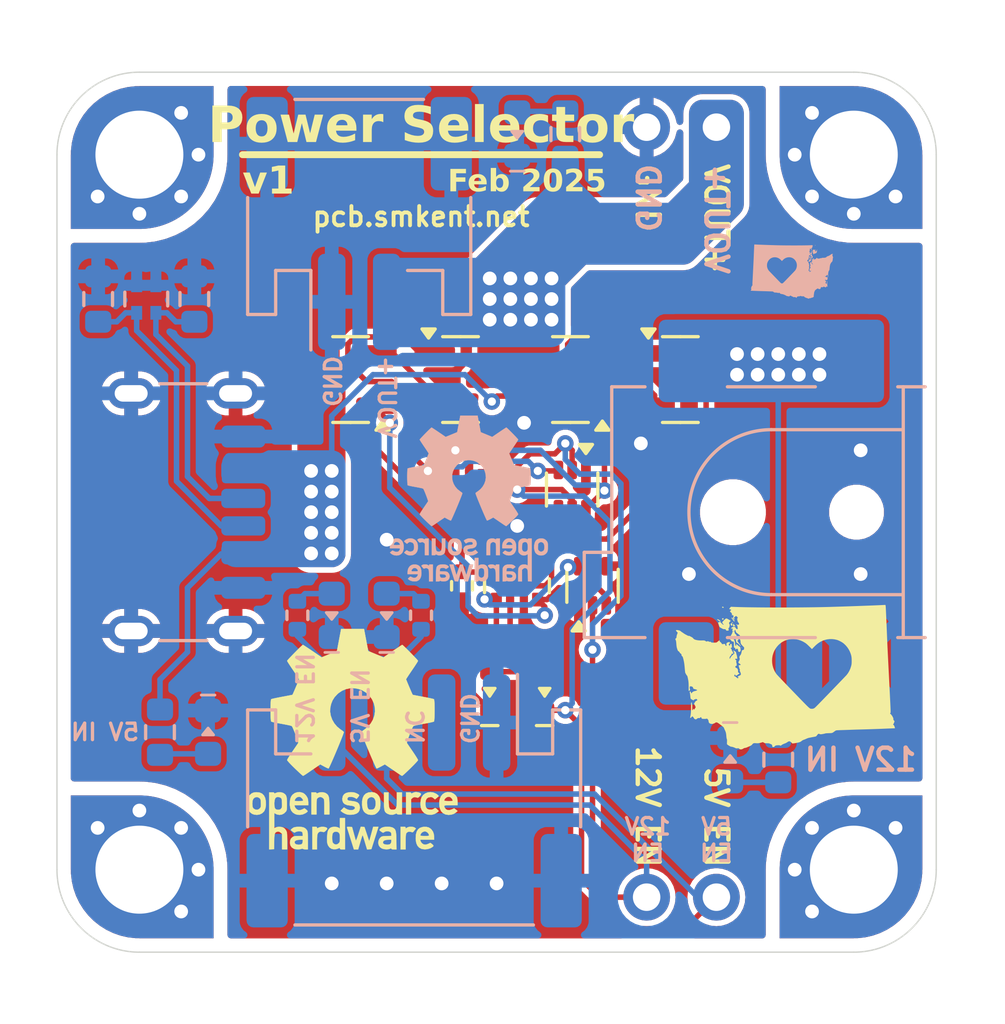
<source format=kicad_pcb>
(kicad_pcb (version 20240108) (generator "pcbnew") (generator_version "8.0")
  (layers (0 "F.Cu" signal) (31 "B.Cu" signal) (34 "B.Paste" user) (35 "F.Paste" user) (36 "B.SilkS" user "B.Silkscreen") (37 "F.SilkS" user "F.Silkscreen") (38 "B.Mask" user) (39 "F.Mask" user) (44 "Edge.Cuts" user))
  (net 0 "")
  (net 1 "+5V")
  (net 2 "+12V")
  (net 3 "/5V_GATE_IN")
  (net 5 "12V_EN")
  (net 6 "5V_EN")
  (net 7 "/12V_EN_INV_LV")
  (net 8 "/5V_EN_INV")
  (net 9 "GND")
  (net 10 "/CC2")
  (net 11 "/CC1")
  (net 12 "+3V3")
  (net 13 "/12V_EN_INV")
  (net 14 "5V_GATE")
  (net 15 "VOUT")
  (net 16 "/5V_S2S")
  (net 17 "/12V_S2S")
  (net 18 "Net-(LED1-A)")
  (net 19 "Net-(LED2-A)")
  (net 20 "Net-(LED3-A)")
  (net 21 "Net-(LED4-A)")
  (net 22 "Net-(LED5-A)")
  (footprint "Symbol:OSHW-Logo_7.5x8mm_SilkScreen" (layer "F.Cu") (at 30.75 44.25)
    (property "Reference" "REF**" (hide yes))
    (property "Value" "OSHW-Logo_7.5x8mm_SilkScreen" (hide yes))
  )
  (footprint "discrete:R_Array_Convex_4x0402" (layer "F.Cu") (at 34.75 35.1775 90)
    (property "Reference" "RN2" (hide yes))
    (property "Value" "10K")
    (pad "1" smd roundrect (at -0.5 -0.75 90) (size 0.5 0.4) (layers "F.Cu" "F.Paste" "F.Mask") (roundrect_rratio 0.125) (net 1 "+5V"))
    (pad "2" smd roundrect (at -0.5 -0.25 90) (size 0.5 0.3) (layers "F.Cu" "F.Paste" "F.Mask") (roundrect_rratio 0.125) (net 2 "+12V"))
    (pad "3" smd roundrect (at -0.5 0.25 90) (size 0.5 0.3) (layers "F.Cu" "F.Paste" "F.Mask") (roundrect_rratio 0.125) (net 6 "5V_EN"))
    (pad "4" smd roundrect (at -0.5 0.75 90) (size 0.5 0.4) (layers "F.Cu" "F.Paste" "F.Mask") (roundrect_rratio 0.125) (net 9 "GND"))
    (pad "5" smd roundrect (at 0.5 0.75 90) (size 0.5 0.4) (layers "F.Cu" "F.Paste" "F.Mask") (roundrect_rratio 0.125) (net 5 "12V_EN"))
    (pad "6" smd roundrect (at 0.5 0.25 90) (size 0.5 0.3) (layers "F.Cu" "F.Paste" "F.Mask") (roundrect_rratio 0.125) (net 9 "GND"))
    (pad "7" smd roundrect (at 0.5 -0.25 90) (size 0.5 0.3) (layers "F.Cu" "F.Paste" "F.Mask") (roundrect_rratio 0.125) (net 13 "/12V_EN_INV"))
    (pad "8" smd roundrect (at 0.5 -0.75 90) (size 0.5 0.4) (layers "F.Cu" "F.Paste" "F.Mask") (roundrect_rratio 0.125) (net 8 "/5V_EN_INV"))
  )
  (footprint "Package_TO_SOT_SMD:SOT-23" (layer "F.Cu") (at 30.6875 31.1775 180)
    (property "Reference" "Q2" (hide yes))
    (property "Value" "AO3401A")
    (pad "1" smd roundrect (at -0.9375 -0.95 180) (size 1.475 0.6) (layers "F.Cu" "F.Paste" "F.Mask") (net 14 "5V_GATE"))
    (pad "2" smd roundrect (at -0.9375 0.95 180) (size 1.475 0.6) (layers "F.Cu" "F.Paste" "F.Mask") (net 16 "/5V_S2S"))
    (pad "3" smd roundrect (at 0.9375 0 180) (size 1.475 0.6) (layers "F.Cu" "F.Paste" "F.Mask") (net 1 "+5V"))
  )
  (footprint "mechanical:MountingHole_3.2mm_M3_5.4mm_Pad_Via_corner" (layer "F.Cu") (at 49 23 180)
    (property "Reference" "REF**" (hide yes))
    (property "Value" "MountingHole_3.2mm_M3_5.4mm_Pad_Via_corner" (hide yes))
    (pad "1" thru_hole circle (at -1.52 -1.52 180) (size 0.6 0.6) (drill 0.5) (layers "*.Cu" "*.Mask"))
    (pad "1" thru_hole circle (at 0 -2.15 180) (size 0.6 0.6) (drill 0.5) (layers "*.Cu" "*.Mask"))
    (pad "1" thru_hole custom (at 0 0 180) (size 4.99 5) (drill 3.2) (layers "*.Cu" "*.Mask") (clearance 0.5) (options (clearance outline) (anchor circle)) (primitives (gr_poly (pts (arc (start 2.7 0) (mid 1.909188 -1.909188) (end 0 -2.7)) (xy -2.495 -2.7) (xy -2.495 0) (xy 0 2.495) (xy 2.7 2.495)) (width 0) (fill yes))))
    (pad "1" thru_hole circle (at 1.52 -1.52 180) (size 0.6 0.6) (drill 0.5) (layers "*.Cu" "*.Mask"))
    (pad "1" thru_hole circle (at 1.52 1.52 180) (size 0.6 0.6) (drill 0.5) (layers "*.Cu" "*.Mask"))
    (pad "1" thru_hole circle (at 2.15 0 180) (size 0.6 0.6) (drill 0.5) (layers "*.Cu" "*.Mask"))
  )
  (footprint "mechanical:MountingHole_3.2mm_M3_5.4mm_Pad_Via_corner" (layer "F.Cu") (at 23 23 -90)
    (property "Reference" "REF**" (hide yes))
    (property "Value" "MountingHole_3.2mm_M3_5.4mm_Pad_Via_corner" (hide yes))
    (pad "1" thru_hole circle (at -1.52 -1.52 270) (size 0.6 0.6) (drill 0.5) (layers "*.Cu" "*.Mask"))
    (pad "1" thru_hole circle (at 0 -2.15 270) (size 0.6 0.6) (drill 0.5) (layers "*.Cu" "*.Mask"))
    (pad "1" thru_hole custom (at 0 0 270) (size 4.99 5) (drill 3.2) (layers "*.Cu" "*.Mask") (clearance 0.5) (options (clearance outline) (anchor circle)) (primitives (gr_poly (pts (arc (start 2.7 0) (mid 1.909188 -1.909188) (end 0 -2.7)) (xy -2.495 -2.7) (xy -2.495 0) (xy 0 2.495) (xy 2.7 2.495)) (width 0) (fill yes))))
    (pad "1" thru_hole circle (at 1.52 -1.52 270) (size 0.6 0.6) (drill 0.5) (layers "*.Cu" "*.Mask"))
    (pad "1" thru_hole circle (at 1.52 1.52 270) (size 0.6 0.6) (drill 0.5) (layers "*.Cu" "*.Mask"))
    (pad "1" thru_hole circle (at 2.15 0 270) (size 0.6 0.6) (drill 0.5) (layers "*.Cu" "*.Mask"))
  )
  (footprint "mechanical:MountingHole_3.2mm_M3_5.4mm_Pad_Via_corner" (layer "F.Cu") (at 23 49)
    (property "Reference" "REF**" (hide yes))
    (property "Value" "MountingHole_3.2mm_M3_5.4mm_Pad_Via_corner" (hide yes))
    (pad "1" thru_hole circle (at -1.52 -1.52) (size 0.6 0.6) (drill 0.5) (layers "*.Cu" "*.Mask"))
    (pad "1" thru_hole circle (at 0 -2.15) (size 0.6 0.6) (drill 0.5) (layers "*.Cu" "*.Mask"))
    (pad "1" thru_hole custom (at 0 0) (size 4.99 5) (drill 3.2) (layers "*.Cu" "*.Mask") (clearance 0.5) (options (clearance outline) (anchor circle)) (primitives (gr_poly (pts (arc (start 2.7 0) (mid 1.909188 -1.909188) (end 0 -2.7)) (xy -2.495 -2.7) (xy -2.495 0) (xy 0 2.495) (xy 2.7 2.495)) (width 0) (fill yes))))
    (pad "1" thru_hole circle (at 1.52 -1.52) (size 0.6 0.6) (drill 0.5) (layers "*.Cu" "*.Mask"))
    (pad "1" thru_hole circle (at 1.52 1.52) (size 0.6 0.6) (drill 0.5) (layers "*.Cu" "*.Mask"))
    (pad "1" thru_hole circle (at 2.15 0) (size 0.6 0.6) (drill 0.5) (layers "*.Cu" "*.Mask"))
  )
  (footprint "Package_TO_SOT_SMD:SOT-563" (layer "F.Cu") (at 38.75 35.1775 -90)
    (property "Reference" "Q1" (hide yes))
    (property "Value" "PDNM6ET20V05")
    (pad "1" smd roundrect (at -0.7125 -0.5 270) (size 0.675 0.35) (layers "F.Cu" "F.Paste" "F.Mask") (net 9 "GND"))
    (pad "2" smd roundrect (at -0.7125 0 270) (size 0.675 0.35) (layers "F.Cu" "F.Paste" "F.Mask") (net 5 "12V_EN"))
    (pad "3" smd roundrect (at -0.7125 0.5 270) (size 0.675 0.35) (layers "F.Cu" "F.Paste" "F.Mask") (net 8 "/5V_EN_INV"))
    (pad "4" smd roundrect (at 0.7125 0.5 270) (size 0.675 0.35) (layers "F.Cu" "F.Paste" "F.Mask") (net 9 "GND"))
    (pad "5" smd roundrect (at 0.7125 0 270) (size 0.675 0.35) (layers "F.Cu" "F.Paste" "F.Mask") (net 6 "5V_EN"))
    (pad "6" smd roundrect (at 0.7125 -0.5 270) (size 0.675 0.35) (layers "F.Cu" "F.Paste" "F.Mask") (net 13 "/12V_EN_INV"))
  )
  (footprint "graphics:wa-state-heart-8mm" (layer "F.Cu") (at 46.5 42)
    (property "Reference" "G***" (hide yes))
    (property "Value" "LOGO" (hide yes))
  )
  (footprint "Package_TO_SOT_SMD:SOT-23" (layer "F.Cu") (at 42.6875 31.1775)
    (property "Reference" "Q4" (hide yes))
    (property "Value" "AO3401A")
    (pad "1" smd roundrect (at -0.9375 -0.95) (size 1.475 0.6) (layers "F.Cu" "F.Paste" "F.Mask") (net 1 "+5V"))
    (pad "2" smd roundrect (at -0.9375 0.95) (size 1.475 0.6) (layers "F.Cu" "F.Paste" "F.Mask") (net 17 "/12V_S2S"))
    (pad "3" smd roundrect (at 0.9375 0) (size 1.475 0.6) (layers "F.Cu" "F.Paste" "F.Mask") (net 2 "+12V"))
  )
  (footprint "package:D_SOD-523" (layer "F.Cu") (at 37.75 42.5 90)
    (property "Reference" "D1" (hide yes))
    (property "Value" "1N5819WT")
    (pad "1" smd roundrect (at -0.7 0 270) (size 0.6 0.7) (layers "F.Cu" "F.Paste" "F.Mask") (net 6 "5V_EN"))
    (pad "2" smd roundrect (at 0.7 0 270) (size 0.6 0.7) (layers "F.Cu" "F.Paste" "F.Mask") (net 3 "/5V_GATE_IN"))
  )
  (footprint "discrete:R_Array_Convex_4x0402" (layer "F.Cu") (at 36.741313 38.6775 90)
    (property "Reference" "RN3" (hide yes))
    (property "Value" "10K")
    (pad "1" smd roundrect (at -0.5 -0.75 90) (size 0.5 0.4) (layers "F.Cu" "F.Paste" "F.Mask") (roundrect_rratio 0.125) (net 7 "/12V_EN_INV_LV"))
    (pad "2" smd roundrect (at -0.5 -0.25 90) (size 0.5 0.3) (layers "F.Cu" "F.Paste" "F.Mask") (roundrect_rratio 0.125) (net 3 "/5V_GATE_IN"))
    (pad "3" smd roundrect (at -0.5 0.25 90) (size 0.5 0.3) (layers "F.Cu" "F.Paste" "F.Mask") (roundrect_rratio 0.125) (net 9 "GND"))
    (pad "4" smd roundrect (at -0.5 0.75 90) (size 0.5 0.4) (layers "F.Cu" "F.Paste" "F.Mask") (roundrect_rratio 0.125) (net 14 "5V_GATE"))
    (pad "5" smd roundrect (at 0.5 0.75 90) (size 0.5 0.4) (layers "F.Cu" "F.Paste" "F.Mask") (roundrect_rratio 0.125) (net 2 "+12V"))
    (pad "6" smd roundrect (at 0.5 0.25 90) (size 0.5 0.3) (layers "F.Cu" "F.Paste" "F.Mask") (roundrect_rratio 0.125) (net 2 "+12V"))
    (pad "7" smd roundrect (at 0.5 -0.25 90) (size 0.5 0.3) (layers "F.Cu" "F.Paste" "F.Mask") (roundrect_rratio 0.125) (net 2 "+12V"))
    (pad "8" smd roundrect (at 0.5 -0.75 90) (size 0.5 0.4) (layers "F.Cu" "F.Paste" "F.Mask") (roundrect_rratio 0.125) (net 1 "+5V"))
  )
  (footprint "Package_TO_SOT_SMD:SOT-23" (layer "F.Cu") (at 34.6875 31.1775)
    (property "Reference" "Q3" (hide yes))
    (property "Value" "AO3401A")
    (pad "1" smd roundrect (at -0.9375 -0.95) (size 1.475 0.6) (layers "F.Cu" "F.Paste" "F.Mask") (net 8 "/5V_EN_INV"))
    (pad "2" smd roundrect (at -0.9375 0.95) (size 1.475 0.6) (layers "F.Cu" "F.Paste" "F.Mask") (net 16 "/5V_S2S"))
    (pad "3" smd roundrect (at 0.9375 0) (size 1.475 0.6) (layers "F.Cu" "F.Paste" "F.Mask") (net 15 "VOUT"))
  )
  (footprint "Resistor_SMD:R_0402_1005Metric" (layer "F.Cu") (at 34.741313 38.6775 -90)
    (property "Reference" "R1" (hide yes))
    (property "Value" "10K")
    (pad "1" smd roundrect (at -0.51 0 270) (size 0.54 0.64) (layers "F.Cu" "F.Paste" "F.Mask") (net 1 "+5V"))
    (pad "2" smd roundrect (at 0.51 0 270) (size 0.54 0.64) (layers "F.Cu" "F.Paste" "F.Mask") (net 9 "GND"))
  )
  (footprint "mechanical:MountingHole_3.2mm_M3_5.4mm_Pad_Via_corner" (layer "F.Cu") (at 49 49 90)
    (property "Reference" "REF**" (hide yes))
    (property "Value" "MountingHole_3.2mm_M3_5.4mm_Pad_Via_corner" (hide yes))
    (pad "1" thru_hole circle (at -1.52 -1.52 90) (size 0.6 0.6) (drill 0.5) (layers "*.Cu" "*.Mask"))
    (pad "1" thru_hole circle (at 0 -2.15 90) (size 0.6 0.6) (drill 0.5) (layers "*.Cu" "*.Mask"))
    (pad "1" thru_hole custom (at 0 0 90) (size 4.99 5) (drill 3.2) (layers "*.Cu" "*.Mask") (clearance 0.5) (options (clearance outline) (anchor circle)) (primitives (gr_poly (pts (arc (start 2.7 0) (mid 1.909188 -1.909188) (end 0 -2.7)) (xy -2.495 -2.7) (xy -2.495 0) (xy 0 2.495) (xy 2.7 2.495)) (width 0) (fill yes))))
    (pad "1" thru_hole circle (at 1.52 -1.52 90) (size 0.6 0.6) (drill 0.5) (layers "*.Cu" "*.Mask"))
    (pad "1" thru_hole circle (at 1.52 1.52 90) (size 0.6 0.6) (drill 0.5) (layers "*.Cu" "*.Mask"))
    (pad "1" thru_hole circle (at 2.15 0 90) (size 0.6 0.6) (drill 0.5) (layers "*.Cu" "*.Mask"))
  )
  (footprint "package:D_SOD-523" (layer "F.Cu") (at 35.75 42.5 90)
    (property "Reference" "D2" (hide yes))
    (property "Value" "1N5819WT")
    (pad "1" smd roundrect (at -0.7 0 270) (size 0.6 0.7) (layers "F.Cu" "F.Paste" "F.Mask") (net 7 "/12V_EN_INV_LV"))
    (pad "2" smd roundrect (at 0.7 0 270) (size 0.6 0.7) (layers "F.Cu" "F.Paste" "F.Mask") (net 3 "/5V_GATE_IN"))
  )
  (footprint "Package_TO_SOT_SMD:SOT-563" (layer "F.Cu") (at 39.491313 38.6775 90)
    (property "Reference" "Q6" (hide yes))
    (property "Value" "PDNM6ET20V05")
    (pad "1" smd roundrect (at -0.7125 -0.5 90) (size 0.675 0.35) (layers "F.Cu" "F.Paste" "F.Mask") (net 9 "GND"))
    (pad "2" smd roundrect (at -0.7125 0 90) (size 0.675 0.35) (layers "F.Cu" "F.Paste" "F.Mask") (net 5 "12V_EN"))
    (pad "3" smd roundrect (at -0.7125 0.5 90) (size 0.675 0.35) (layers "F.Cu" "F.Paste" "F.Mask") (net 14 "5V_GATE"))
    (pad "4" smd roundrect (at 0.7125 0.5 90) (size 0.675 0.35) (layers "F.Cu" "F.Paste" "F.Mask") (net 9 "GND"))
    (pad "5" smd roundrect (at 0.7125 0 90) (size 0.675 0.35) (layers "F.Cu" "F.Paste" "F.Mask") (net 3 "/5V_GATE_IN"))
    (pad "6" smd roundrect (at 0.7125 -0.5 90) (size 0.675 0.35) (layers "F.Cu" "F.Paste" "F.Mask") (net 7 "/12V_EN_INV_LV"))
  )
  (footprint "Package_TO_SOT_SMD:SOT-23" (layer "F.Cu") (at 38.6875 31.1775 180)
    (property "Reference" "Q5" (hide yes))
    (property "Value" "AO3401A")
    (pad "1" smd roundrect (at -0.9375 -0.95 180) (size 1.475 0.6) (layers "F.Cu" "F.Paste" "F.Mask") (net 13 "/12V_EN_INV"))
    (pad "2" smd roundrect (at -0.9375 0.95 180) (size 1.475 0.6) (layers "F.Cu" "F.Paste" "F.Mask") (net 17 "/12V_S2S"))
    (pad "3" smd roundrect (at 0.9375 0 180) (size 1.475 0.6) (layers "F.Cu" "F.Paste" "F.Mask") (net 15 "VOUT"))
  )
  (footprint "Resistor_SMD:R_0402_1005Metric" (layer "B.Cu") (at 33.25 39.75 90)
    (property "Reference" "R7" (hide yes))
    (property "Value" "5K1")
    (pad "1" smd roundrect (at -0.51 0 90) (size 0.54 0.64) (layers "B.Cu" "B.Paste" "B.Mask") (net 6 "5V_EN"))
    (pad "2" smd roundrect (at 0.51 0 90) (size 0.54 0.64) (layers "B.Cu" "B.Paste" "B.Mask") (net 21 "Net-(LED4-A)"))
  )
  (footprint "Resistor_SMD:R_Array_Convex_2x0402" (layer "B.Cu") (at 23.25 28.25 -90)
    (property "Reference" "RN1" (hide yes))
    (property "Value" "5K36")
    (pad "1" smd rect (at -0.5 0.35 270) (size 0.5 0.4) (layers "B.Cu" "B.Paste" "B.Mask") (net 9 "GND"))
    (pad "2" smd rect (at -0.5 -0.35 270) (size 0.5 0.4) (layers "B.Cu" "B.Paste" "B.Mask") (net 9 "GND"))
    (pad "3" smd rect (at 0.5 -0.35 270) (size 0.5 0.4) (layers "B.Cu" "B.Paste" "B.Mask") (net 10 "/CC2"))
    (pad "4" smd rect (at 0.5 0.35 270) (size 0.5 0.4) (layers "B.Cu" "B.Paste" "B.Mask") (net 11 "/CC1"))
  )
  (footprint "Resistor_SMD:R_0603_1608Metric" (layer "B.Cu") (at 23.75 44 -90)
    (property "Reference" "R5" (hide yes))
    (property "Value" "5K1")
    (pad "1" smd roundrect (at -0.825 0 270) (size 0.8 0.95) (layers "B.Cu" "B.Paste" "B.Mask") (net 1 "+5V"))
    (pad "2" smd roundrect (at 0.825 0 270) (size 0.8 0.95) (layers "B.Cu" "B.Paste" "B.Mask") (net 19 "Net-(LED2-A)"))
  )
  (footprint "discrete:LED_0603_1608Metric" (layer "B.Cu") (at 25.5 44 -90)
    (property "Reference" "LED2" (hide yes))
    (property "Value" "LED")
    (pad "1" smd roundrect (at -0.7875 0 270) (size 0.875 0.95) (layers "B.Cu" "B.Paste" "B.Mask") (net 9 "GND"))
    (pad "2" smd roundrect (at 0.7875 0 270) (size 0.875 0.95) (layers "B.Cu" "B.Paste" "B.Mask") (net 19 "Net-(LED2-A)"))
  )
  (footprint "discrete:LED_0603_1608Metric" (layer "B.Cu") (at 30 39.75 90)
    (property "Reference" "LED5" (hide yes))
    (property "Value" "LED")
    (pad "1" smd roundrect (at -0.7875 0 90) (size 0.875 0.95) (layers "B.Cu" "B.Paste" "B.Mask") (net 9 "GND"))
    (pad "2" smd roundrect (at 0.7875 0 90) (size 0.875 0.95) (layers "B.Cu" "B.Paste" "B.Mask") (net 22 "Net-(LED5-A)"))
  )
  (footprint "discrete:LED_0603_1608Metric" (layer "B.Cu") (at 36.75 22.25 90)
    (property "Reference" "LED3" (hide yes))
    (property "Value" "LED")
    (pad "1" smd roundrect (at -0.7875 0 90) (size 0.875 0.95) (layers "B.Cu" "B.Paste" "B.Mask") (net 9 "GND"))
    (pad "2" smd roundrect (at 0.7875 0 90) (size 0.875 0.95) (layers "B.Cu" "B.Paste" "B.Mask") (net 20 "Net-(LED3-A)"))
  )
  (footprint "discrete:LED_0603_1608Metric" (layer "B.Cu") (at 32 39.75 90)
    (property "Reference" "LED4" (hide yes))
    (property "Value" "LED")
    (pad "1" smd roundrect (at -0.7875 0 90) (size 0.875 0.95) (layers "B.Cu" "B.Paste" "B.Mask") (net 9 "GND"))
    (pad "2" smd roundrect (at 0.7875 0 90) (size 0.875 0.95) (layers "B.Cu" "B.Paste" "B.Mask") (net 21 "Net-(LED4-A)"))
  )
  (footprint "custom:PinHeader_1x02_P2.54mm_Vertical_simple" (layer "B.Cu") (at 44 50 90)
    (property "Reference" "J6" (hide yes))
    (property "Value" "Pin headers")
    (pad "1" thru_hole oval (at 0 0 90) (size 1.7 1.7) (drill 1) (layers "*.Cu" "*.Mask") (net 6 "5V_EN"))
    (pad "2" thru_hole oval (at 0 -2.54 90) (size 1.7 1.7) (drill 1) (layers "*.Cu" "*.Mask") (net 5 "12V_EN"))
  )
  (footprint "connector:JST_PH_S2B-PH-SM4-TB_1x02-1MP_P2.00mm_Horizontal" (layer "B.Cu") (at 31 25.5)
    (property "Reference" "J4")
    (property "Value" "JST PH")
    (pad "1" smd roundrect (at -1 2.85) (size 1 3.5) (layers "B.Cu" "B.Paste" "B.Mask") (net 9 "GND"))
    (pad "2" smd roundrect (at 1 2.85) (size 1 3.5) (layers "B.Cu" "B.Paste" "B.Mask") (net 15 "VOUT"))
    (pad "MP" smd roundrect (at -3.35 -2.9) (size 1.5 3.4) (layers "B.Cu" "B.Paste" "B.Mask") (roundrect_rratio 0.166667) (net 9 "GND"))
    (pad "MP" smd roundrect (at 3.35 -2.9) (size 1.5 3.4) (layers "B.Cu" "B.Paste" "B.Mask") (roundrect_rratio 0.166667) (net 9 "GND"))
  )
  (footprint "connector:USB_C_Receptacle_GCT_USB4125-xx-x_6P_TopMnt_Horizontal_HandSolder" (layer "B.Cu") (at 23.5 36 90)
    (property "Reference" "J1" (hide yes))
    (property "Value" "USB_C_Receptacle_PowerOnly_6P")
    (pad "A5" smd roundrect (at -0.5 3.28 90) (size 0.7 1.6) (layers "B.Cu" "B.Paste" "B.Mask") (net 11 "/CC1"))
    (pad "A9" smd roundrect (at 1.52 3.28 270) (size 0.76 1.6) (layers "B.Cu" "B.Paste" "B.Mask") (net 1 "+5V"))
    (pad "A12" smd roundrect (at 2.75 3.28 270) (size 0.8 1.6) (layers "B.Cu" "B.Paste" "B.Mask") (net 9 "GND"))
    (pad "B5" smd roundrect (at 0.5 3.28 270) (size 0.7 1.6) (layers "B.Cu" "B.Paste" "B.Mask") (net 10 "/CC2"))
    (pad "B9" smd roundrect (at -1.52 3.28 90) (size 0.76 1.6) (layers "B.Cu" "B.Paste" "B.Mask") (net 1 "+5V"))
    (pad "B12" smd roundrect (at -2.75 3.28 90) (size 0.8 1.6) (layers "B.Cu" "B.Paste" "B.Mask") (net 9 "GND"))
    (pad "S1" thru_hole oval (at -4.32 -0.8 90) (size 1.1 1.7) (drill oval 0.6 1.2) (layers "*.Cu" "*.Mask" "B.Paste") (net 9 "GND"))
    (pad "S1" thru_hole oval (at -4.32 3 90) (size 1.1 1.7) (drill oval 0.6 1.2) (layers "*.Cu" "*.Mask" "B.Paste") (net 9 "GND"))
    (pad "S1" thru_hole oval (at 4.32 -0.8 90) (size 1.1 1.7) (drill oval 0.6 1.2) (layers "*.Cu" "*.Mask" "B.Paste") (net 9 "GND"))
    (pad "S1" thru_hole oval (at 4.32 3 90) (size 1.1 1.7) (drill oval 0.6 1.2) (layers "*.Cu" "*.Mask" "B.Paste") (net 9 "GND"))
  )
  (footprint "discrete:LED_0603_1608Metric" (layer "B.Cu") (at 44.5 45 -90)
    (property "Reference" "LED1" (hide yes))
    (property "Value" "LED")
    (pad "1" smd roundrect (at -0.7875 0 270) (size 0.875 0.95) (layers "B.Cu" "B.Paste" "B.Mask") (net 9 "GND"))
    (pad "2" smd roundrect (at 0.7875 0 270) (size 0.875 0.95) (layers "B.Cu" "B.Paste" "B.Mask") (net 18 "Net-(LED1-A)"))
  )
  (footprint "Resistor_SMD:R_0603_1608Metric" (layer "B.Cu") (at 25 28.25 90)
    (property "Reference" "R2" (hide yes))
    (property "Value" "5K1")
    (pad "1" smd roundrect (at -0.825 0 90) (size 0.8 0.95) (layers "B.Cu" "B.Paste" "B.Mask") (net 10 "/CC2"))
    (pad "2" smd roundrect (at 0.825 0 90) (size 0.8 0.95) (layers "B.Cu" "B.Paste" "B.Mask") (net 9 "GND"))
  )
  (footprint "Resistor_SMD:R_0402_1005Metric" (layer "B.Cu") (at 28.75 39.75 90)
    (property "Reference" "R8" (hide yes))
    (property "Value" "5K1")
    (pad "1" smd roundrect (at -0.51 0 90) (size 0.54 0.64) (layers "B.Cu" "B.Paste" "B.Mask") (net 5 "12V_EN"))
    (pad "2" smd roundrect (at 0.51 0 90) (size 0.54 0.64) (layers "B.Cu" "B.Paste" "B.Mask") (net 22 "Net-(LED5-A)"))
  )
  (footprint "graphics:wa-state-heart-3mm" (layer "B.Cu") (at 46.75 27.25 180)
    (property "Reference" "G***" (hide yes))
    (property "Value" "LOGO" (hide yes))
  )
  (footprint "Symbol:OSHW-Logo_5.7x6mm_SilkScreen" (layer "B.Cu") (at 35 35.5 180)
    (property "Reference" "REF**" (hide yes))
    (property "Value" "OSHW-Logo_5.7x6mm_SilkScreen" (hide yes))
  )
  (footprint "connector:JST_PH_S4B-PH-SM4-TB_1x04-1MP_P2.00mm_Horizontal" (layer "B.Cu") (at 33 46.5 180)
    (property "Reference" "J3" (hide yes))
    (property "Value" "JST PH")
    (pad "1" smd roundrect (at -3 2.85 180) (size 1 3.5) (layers "B.Cu" "B.Paste" "B.Mask") (net 9 "GND"))
    (pad "2" smd roundrect (at -1 2.85 180) (size 1 3.5) (layers "B.Cu" "B.Paste" "B.Mask") (net 12 "+3V3"))
    (pad "3" smd roundrect (at 1 2.85 180) (size 1 3.5) (layers "B.Cu" "B.Paste" "B.Mask") (net 6 "5V_EN"))
    (pad "4" smd roundrect (at 3 2.85 180) (size 1 3.5) (layers "B.Cu" "B.Paste" "B.Mask") (net 5 "12V_EN"))
    (pad "MP" smd roundrect (at -5.35 -2.9 180) (size 1.5 3.4) (layers "B.Cu" "B.Paste" "B.Mask") (roundrect_rratio 0.166667) (net 9 "GND"))
    (pad "MP" smd roundrect (at 5.35 -2.9 180) (size 1.5 3.4) (layers "B.Cu" "B.Paste" "B.Mask") (roundrect_rratio 0.166667) (net 9 "GND"))
  )
  (footprint "connector:BarrelJack_DC-050_SMT_Horizontal" (layer "B.Cu") (at 46 36 180)
    (property "Reference" "J2" (hide yes))
    (property "Value" "Barrel_Jack_Switch")
    (pad "" np_thru_hole circle (at -3.1 0 90) (size 1.5 1.5) (drill 1.5) (layers "*.Cu" "*.Mask"))
    (pad "" np_thru_hole circle (at 1.4 0 90) (size 1.9 1.9) (drill 1.9) (layers "*.Cu" "*.Mask"))
    (pad "1" smd roundrect (at -3.1 5.5) (size 2 3) (layers "B.Cu" "B.Paste" "B.Mask") (roundrect_rratio 0.125) (net 2 "+12V"))
    (pad "1" smd roundrect (at 3.1 5.5) (size 2 3) (layers "B.Cu" "B.Paste" "B.Mask") (roundrect_rratio 0.125) (net 2 "+12V"))
    (pad "2" smd roundrect (at -3.1 -5.5) (size 2 3) (layers "B.Cu" "B.Paste" "B.Mask") (roundrect_rratio 0.125) (net 9 "GND"))
    (pad "3" smd roundrect (at 3.1 -5.5) (size 2 3) (layers "B.Cu" "B.Paste" "B.Mask") (roundrect_rratio 0.125))
  )
  (footprint "custom:PinHeader_1x02_P2.54mm_Vertical_simple" (layer "B.Cu") (at 41.46 22 -90)
    (property "Reference" "J5" (hide yes))
    (property "Value" "Pin headers")
    (pad "1" thru_hole oval (at 0 0 270) (size 1.7 1.7) (drill 1) (layers "*.Cu" "*.Mask") (net 9 "GND"))
    (pad "2" thru_hole oval (at 0 -2.54 270) (size 1.7 1.7) (drill 1) (layers "*.Cu" "*.Mask") (net 15 "VOUT"))
  )
  (footprint "Resistor_SMD:R_0603_1608Metric" (layer "B.Cu") (at 38.5 22.25 90)
    (property "Reference" "R6" (hide yes))
    (property "Value" "5K1")
    (pad "1" smd roundrect (at -0.825 0 90) (size 0.8 0.95) (layers "B.Cu" "B.Paste" "B.Mask") (net 15 "VOUT"))
    (pad "2" smd roundrect (at 0.825 0 90) (size 0.8 0.95) (layers "B.Cu" "B.Paste" "B.Mask") (net 20 "Net-(LED3-A)"))
  )
  (footprint "Resistor_SMD:R_0603_1608Metric" (layer "B.Cu") (at 21.5 28.25 90)
    (property "Reference" "R3" (hide yes))
    (property "Value" "5K1")
    (pad "1" smd roundrect (at -0.825 0 90) (size 0.8 0.95) (layers "B.Cu" "B.Paste" "B.Mask") (net 11 "/CC1"))
    (pad "2" smd roundrect (at 0.825 0 90) (size 0.8 0.95) (layers "B.Cu" "B.Paste" "B.Mask") (net 9 "GND"))
  )
  (footprint "Resistor_SMD:R_0603_1608Metric" (layer "B.Cu") (at 46.25 45 -90)
    (property "Reference" "R4" (hide yes))
    (property "Value" "5K1")
    (pad "1" smd roundrect (at -0.825 0 270) (size 0.8 0.95) (layers "B.Cu" "B.Paste" "B.Mask") (net 2 "+12V"))
    (pad "2" smd roundrect (at 0.825 0 270) (size 0.8 0.95) (layers "B.Cu" "B.Paste" "B.Mask") (net 18 "Net-(LED1-A)"))
  )
  (gr_line (start 26.75 23) (end 39.75 23) (stroke (width 0.25)) (layer "F.SilkS"))
  (gr_line (start 20 49) (end 20 23) (stroke (width 0.05)) (layer "Edge.Cuts"))
  (gr_line (start 49 52) (end 23 52) (stroke (width 0.05)) (layer "Edge.Cuts"))
  (gr_arc (start 52 49) (mid 51.12132 51.12132) (end 49 52) (stroke (width 0.05)) (layer "Edge.Cuts"))
  (gr_line (start 52 23) (end 52 49) (stroke (width 0.05)) (layer "Edge.Cuts"))
  (gr_arc (start 49 20) (mid 51.12132 20.87868) (end 52 23) (stroke (width 0.05)) (layer "Edge.Cuts"))
  (gr_arc (start 20 23) (mid 20.87868 20.87868) (end 23 20) (stroke (width 0.05)) (layer "Edge.Cuts"))
  (gr_arc (start 23 52) (mid 20.87868 51.12132) (end 20 49) (stroke (width 0.05)) (layer "Edge.Cuts"))
  (gr_line (start 23 20) (end 49 20) (stroke (width 0.05)) (layer "Edge.Cuts"))
  (gr_text "5V\nEN" (at 44 48.75 0) (layer "B.SilkS") (effects (font (size 0.6 0.6) (thickness 0.12) (bold yes)) (justify bottom mirror)))
  (gr_text "12V IN" (at 49.25 45 0) (layer "B.SilkS") (effects (font (size 0.8 0.8) (thickness 0.16) (bold yes)) (justify mirror)))
  (gr_text "5V IN" (at 21.75 44 0) (layer "B.SilkS") (effects (font (size 0.6 0.6) (thickness 0.12) (bold yes)) (justify mirror)))
  (gr_text "GND" (at 35 44.5 -90) (layer "B.SilkS") (effects (font (size 0.6 0.6) (thickness 0.12) (bold yes)) (justify left mirror)))
  (gr_text "GND" (at 41.5 23.25 -90) (layer "B.SilkS") (effects (font (size 0.8 0.8) (thickness 0.16) (bold yes)) (justify right mirror)))
  (gr_text "NC" (at 33 44.5 -90) (layer "B.SilkS") (effects (font (size 0.6 0.6) (thickness 0.12) (bold yes)) (justify left mirror)))
  (gr_text "VOUT+" (at 32 30.25 -90) (layer "B.SilkS") (effects (font (size 0.6 0.6) (thickness 0.12) (bold yes)) (justify right mirror)))
  (gr_text "GND" (at 30 30.25 -90) (layer "B.SilkS") (effects (font (size 0.6 0.6) (thickness 0.12) (bold yes)) (justify right mirror)))
  (gr_text "12V EN" (at 29 44.5 -90) (layer "B.SilkS") (effects (font (size 0.6 0.6) (thickness 0.12) (bold yes)) (justify left mirror)))
  (gr_text "12V\nEN" (at 41.5 48.75 0) (layer "B.SilkS") (effects (font (size 0.6 0.6) (thickness 0.12) (bold yes)) (justify bottom mirror)))
  (gr_text "VOUT+" (at 44 23.25 -90) (layer "B.SilkS") (effects (font (size 0.8 0.8) (thickness 0.16) (bold yes)) (justify right mirror)))
  (gr_text "5V EN" (at 31 44.5 -90) (layer "B.SilkS") (effects (font (size 0.6 0.6) (thickness 0.12) (bold yes)) (justify left mirror)))
  (gr_text "VOUT+" (at 44 23.25 -90) (layer "F.SilkS") (effects (font (size 0.8 0.8) (thickness 0.16) (bold yes)) (justify left)))
  (gr_text "pcb.smkent.net" (at 33.25 25.25 -0) (layer "F.SilkS") (effects (font (size 0.7 0.7) (thickness 0.14) (bold yes))))
  (gr_text "GND" (at 41.5 23.25 -90) (layer "F.SilkS") (effects (font (size 0.8 0.8) (thickness 0.16) (bold yes)) (justify left)))
  (gr_text "Feb 2025" (at 40 24 -0) (layer "F.SilkS") (effects (font (size 0.8 0.8) (thickness 0.2) (bold yes)) (justify right)))
  (gr_text "Power Selector" (at 33.25 22 -0) (layer "F.SilkS") (effects (font (size 1.3 1.3) (thickness 0.375) (bold yes))))
  (gr_text "12V EN" (at 41.5 49 -90) (layer "F.SilkS") (effects (font (size 0.8 0.8) (thickness 0.16) (bold yes)) (justify right)))
  (gr_text "5V EN" (at 44 49 -90) (layer "F.SilkS") (effects (font (size 0.8 0.8) (thickness 0.16) (bold yes)) (justify right)))
  (gr_text "v1" (at 26.75 24 -0) (layer "F.SilkS") (effects (font (size 1 1) (thickness 0.24) (bold yes)) (justify left)))
  (segment (start 34 36) (end 34.741313 36.741313) (width 0.2) (layer "F.Cu") (net 1))
  (segment (start 34 35.6775) (end 34 36) (width 0.2) (layer "F.Cu") (net 1))
  (segment (start 36.026025 31.7775) (end 35.826026 31.977499) (width 0.2) (layer "F.Cu") (net 1))
  (segment (start 38.5875 29.886948) (end 38.5875 30.5875) (width 0.2) (layer "F.Cu") (net 1))
  (segment (start 38.846948 29.6275) (end 38.5875 29.886948) (width 0.2) (layer "F.Cu") (net 1))
  (segment (start 30.25 33) (end 29.75 32.5) (width 0.2) (layer "F.Cu") (net 1))
  (segment (start 33.6025 35.6775) (end 30.925 33) (width 0.2) (layer "F.Cu") (net 1))
  (segment (start 34.751313 38.1775) (end 34.741313 38.1675) (width 0.2) (layer "F.Cu") (net 1))
  (segment (start 35.991313 38.1775) (end 34.751313 38.1775) (width 0.2) (layer "F.Cu") (net 1))
  (segment (start 41.75 30.2275) (end 41.2275 30.2275) (width 0.2) (layer "F.Cu") (net 1))
  (segment (start 38.5875 30.5875) (end 38.7875 30.7875) (width 0.2) (layer "F.Cu") (net 1))
  (segment (start 41.2275 30.2275) (end 40.6275 29.6275) (width 0.2) (layer "F.Cu") (net 1))
  (segment (start 40.6275 29.6275) (end 38.846948 29.6275) (width 0.2) (layer "F.Cu") (net 1))
  (segment (start 30.925 33) (end 30.25 33) (width 0.2) (layer "F.Cu") (net 1))
  (segment (start 29.75 32.5) (end 29.75 31.1775) (width 0.2) (layer "F.Cu") (net 1))
  (segment (start 38.528052 31.7775) (end 36.026025 31.7775) (width 0.2) (layer "F.Cu") (net 1))
  (segment (start 34 35.6775) (end 33.6025 35.6775) (width 0.2) (layer "F.Cu") (net 1))
  (segment (start 34.741313 36.741313) (end 34.741313 38.1675) (width 0.2) (layer "F.Cu") (net 1))
  (segment (start 38.7875 30.7875) (end 38.7875 31.518052) (width 0.2) (layer "F.Cu") (net 1))
  (segment (start 38.7875 31.518052) (end 38.528052 31.7775) (width 0.2) (layer "F.Cu") (net 1))
  (via (at 30 35.25) (size 1) (drill 0.5) (layers "F.Cu" "B.Cu") (net 1))
  (via (at 30 37.5) (size 1) (drill 0.5) (layers "F.Cu" "B.Cu") (net 1))
  (via (at 29.25 36.75) (size 1) (drill 0.5) (layers "F.Cu" "B.Cu") (net 1))
  (via (at 35.826026 31.977499) (size 0.6) (drill 0.3) (layers "F.Cu" "B.Cu") (net 1))
  (via (at 29.25 34.5) (size 1) (drill 0.5) (layers "F.Cu" "B.Cu") (net 1))
  (via (at 30 36.75) (size 1) (drill 0.5) (layers "F.Cu" "B.Cu") (net 1))
  (via (at 29.25 36) (size 1) (drill 0.5) (layers "F.Cu" "B.Cu") (net 1))
  (via (at 30 36) (size 1) (drill 0.5) (layers "F.Cu" "B.Cu") (net 1))
  (via (at 29.25 35.25) (size 1) (drill 0.5) (layers "F.Cu" "B.Cu") (net 1))
  (via (at 29.25 37.5) (size 1) (drill 0.5) (layers "F.Cu" "B.Cu") (net 1))
  (via (at 30 34.5) (size 1) (drill 0.5) (layers "F.Cu" "B.Cu") (net 1))
  (segment (start 25.98 37.52) (end 26.78 37.52) (width 0.2) (layer "B.Cu") (net 1))
  (segment (start 34.848527 31) (end 31.5 31) (width 0.2) (layer "B.Cu") (net 1))
  (segment (start 30 32.5) (end 30 34.5) (width 0.2) (layer "B.Cu") (net 1))
  (segment (start 24.75 41.0875) (end 24.75 38.75) (width 0.2) (layer "B.Cu") (net 1))
  (segment (start 23.75 42.0875) (end 24.75 41.0875) (width 0.2) (layer "B.Cu") (net 1))
  (segment (start 23.75 43.175) (end 23.75 42.0875) (width 0.2) (layer "B.Cu") (net 1))
  (segment (start 24.75 38.75) (end 25.98 37.52) (width 0.2) (layer "B.Cu") (net 1))
  (segment (start 35.826026 31.977499) (end 34.848527 31) (width 0.2) (layer "B.Cu") (net 1))
  (segment (start 31.5 31) (end 30 32.5) (width 0.2) (layer "B.Cu") (net 1))
  (segment (start 40.0225 36.9775) (end 38.0225 36.9775) (width 0.2) (layer "F.Cu") (net 2))
  (segment (start 34.5 35.6775) (end 34.5 35.934314) (width 0.2) (layer "F.Cu") (net 2))
  (segment (start 43.625 31.1775) (end 43.625 33.375) (width 0.2) (layer "F.Cu") (net 2))
  (segment (start 35.141313 37.141313) (end 35.6775 37.6775) (width 0.2) (layer "F.Cu") (net 2))
  (segment (start 36.266963 37.6775) (end 36.491313 37.90185) (width 0.2) (layer "F.Cu") (net 2))
  (segment (start 35.6775 37.6775) (end 36.266963 37.6775) (width 0.2) (layer "F.Cu") (net 2))
  (segment (start 36.491313 38.1775) (end 37.491313 38.1775) (width 0.2) (layer "F.Cu") (net 2))
  (segment (start 43.625 33.375) (end 40.0225 36.9775) (width 0.2) (layer "F.Cu") (net 2))
  (segment (start 35.141313 36.575627) (end 35.141313 37.141313) (width 0.2) (layer "F.Cu") (net 2))
  (segment (start 37.491313 37.508687) (end 37.491313 38.1775) (width 0.2) (layer "F.Cu") (net 2))
  (segment (start 34.5 35.934314) (end 35.141313 36.575627) (width 0.2) (layer "F.Cu") (net 2))
  (segment (start 38.0225 36.9775) (end 37.491313 37.508687) (width 0.2) (layer "F.Cu") (net 2))
  (segment (start 36.491313 37.90185) (end 36.491313 38.1775) (width 0.2) (layer "F.Cu") (net 2))
  (via (at 47 31) (size 1) (drill 0.5) (layers "F.Cu" "B.Cu") (net 2))
  (via (at 45.5 31) (size 1) (drill 0.5) (layers "F.Cu" "B.Cu") (net 2))
  (via (at 45.5 30.25) (size 1) (drill 0.5) (layers "F.Cu" "B.Cu") (net 2))
  (via (at 46.25 31) (size 1) (drill 0.5) (layers "F.Cu" "B.Cu") (net 2))
  (via (at 46.25 30.25) (size 1) (drill 0.5) (layers "F.Cu" "B.Cu") (net 2))
  (via (at 47.75 31) (size 1) (drill 0.5) (layers "F.Cu" "B.Cu") (net 2))
  (via (at 44.75 31) (size 1) (drill 0.5) (layers "F.Cu" "B.Cu") (net 2))
  (via (at 47 30.25) (size 1) (drill 0.5) (layers "F.Cu" "B.Cu") (net 2))
  (via (at 47.75 30.25) (size 1) (drill 0.5) (layers "F.Cu" "B.Cu") (net 2))
  (via (at 44.75 30.25) (size 1) (drill 0.5) (layers "F.Cu" "B.Cu") (net 2))
  (segment (start 46.25 44.175) (end 46.25 31) (width 0.2) (layer "B.Cu") (net 2))
  (segment (start 37.766963 38.6775) (end 36.758687 38.6775) (width 0.2) (layer "F.Cu") (net 3))
  (segment (start 38 37.565686) (end 38 38.444463) (width 0.2) (layer "F.Cu") (net 3))
  (segment (start 36.75 38.668813) (end 36.491313 38.9275) (width 0.2) (layer "F.Cu") (net 3))
  (segment (start 35.75 41.275092) (end 35.75 41.8) (width 0.2) (layer "F.Cu") (net 3))
  (segment (start 38.188186 37.3775) (end 38 37.565686) (width 0.2) (layer "F.Cu") (net 3))
  (segment (start 36.491313 38.9275) (end 36.491313 39.1775) (width 0.2) (layer "F.Cu") (net 3))
  (segment (start 38 38.444463) (end 37.766963 38.6775) (width 0.2) (layer "F.Cu") (net 3))
  (segment (start 36.491313 39.1775) (end 36.491313 40.533779) (width 0.2) (layer "F.Cu") (net 3))
  (segment (start 36.5 41.8) (end 35.75 41.8) (width 0.2) (layer "F.Cu") (net 3))
  (segment (start 36.758687 38.6775) (end 36.75 38.668813) (width 0.2) (layer "F.Cu") (net 3))
  (segment (start 36.491313 40.533779) (end 35.75 41.275092) (width 0.2) (layer "F.Cu") (net 3))
  (segment (start 37.75 41.8) (end 36.5 41.8) (width 0.2) (layer "F.Cu") (net 3))
  (segment (start 39.491313 37.627501) (end 39.241312 37.3775) (width 0.2) (layer "F.Cu") (net 3))
  (segment (start 39.491313 37.965) (end 39.491313 37.627501) (width 0.2) (layer "F.Cu") (net 3))
  (segment (start 39.241312 37.3775) (end 38.188186 37.3775) (width 0.2) (layer "F.Cu") (net 3))
  (segment (start 36.41125 34.6775) (end 35.5 34.6775) (width 0.2) (layer "F.Cu") (net 5))
  (segment (start 37.21125 33.8775) (end 36.41125 34.6775) (width 0.2) (layer "F.Cu") (net 5))
  (segment (start 38.5 33.5) (end 38.1225 33.8775) (width 0.2) (layer "F.Cu") (net 5))
  (segment (start 38.75 34.465) (end 38.75 33.75) (width 0.2) (layer "F.Cu") (net 5))
  (segment (start 39.491313 49.175627) (end 40.315686 50) (width 0.2) (layer "F.Cu") (net 5))
  (segment (start 40.315686 50) (end 41.46 50) (width 0.2) (layer "F.Cu") (net 5))
  (segment (start 38.75 33.75) (end 38.5 33.5) (width 0.2) (layer "F.Cu") (net 5))
  (segment (start 38.1225 33.8775) (end 37.21125 33.8775) (width 0.2) (layer "F.Cu") (net 5))
  (segment (start 39.491313 41) (end 39.491313 49.175627) (width 0.2) (layer "F.Cu") (net 5))
  (segment (start 39.491313 41) (end 39.491313 39.39) (width 0.2) (layer "F.Cu") (net 5))
  (via (at 39.491313 41) (size 0.6) (drill 0.3) (layers "F.Cu" "B.Cu") (net 5))
  (via (at 38.5 33.5) (size 0.6) (drill 0.3) (layers "F.Cu" "B.Cu") (net 5))
  (segment (start 30 41.75) (end 30 43.65) (width 0.2) (layer "B.Cu") (net 5))
  (segment (start 39.029216 34.615001) (end 38.5 34.085785) (width 0.2) (layer "B.Cu") (net 5))
  (segment (start 40.524999 39.040687) (end 40.524999 34.966472) (width 0.2) (layer "B.Cu") (net 5))
  (segment (start 39.491313 40.074373) (end 40.524999 39.040687) (width 0.2) (layer "B.Cu") (net 5))
  (segment (start 39.491313 41) (end 39.491313 40.074373) (width 0.2) (layer "B.Cu") (net 5))
  (segment (start 28.75 40.26) (end 28.75 40.502186) (width 0.2) (layer "B.Cu") (net 5))
  (segment (start 29.525 41.275) (end 30 41.75) (width 0.2) (layer "B.Cu") (net 5))
  (segment (start 28.75 40.502186) (end 29.522814 41.275) (width 0.2) (layer "B.Cu") (net 5))
  (segment (start 41.46 50) (end 41.46 48.71) (width 0.2) (layer "B.Cu") (net 5))
  (segment (start 29.522814 41.275) (end 29.525 41.275) (width 0.2) (layer "B.Cu") (net 5))
  (segment (start 38.5 34.085785) (end 38.5 33.5) (width 0.2) (layer "B.Cu") (net 5))
  (segment (start 32.4 46.65) (end 30 44.25) (width 0.2) (layer "B.Cu") (net 5))
  (segment (start 40.173528 34.615001) (end 39.029216 34.615001) (width 0.2) (layer "B.Cu") (net 5))
  (segment (start 39.4 46.65) (end 32.4 46.65) (width 0.2) (layer "B.Cu") (net 5))
  (segment (start 30 44.25) (end 30 43.65) (width 0.2) (layer "B.Cu") (net 5))
  (segment (start 40.524999 34.966472) (end 40.173528 34.615001) (width 0.2) (layer "B.Cu") (net 5))
  (segment (start 41.46 48.71) (end 39.4 46.65) (width 0.2) (layer "B.Cu") (net 5))
  (segment (start 42.85 51.15) (end 44 50) (width 0.2) (layer "F.Cu") (net 6))
  (segment (start 38.374999 35.1775) (end 38.75 35.552501) (width 0.2) (layer "F.Cu") (net 6))
  (segment (start 38.75 35.552501) (end 38.75 35.89) (width 0.2) (layer "F.Cu") (net 6))
  (segment (start 35 35.40185) (end 35.22435 35.1775) (width 0.2) (layer "F.Cu") (net 6))
  (segment (start 40.9 51.15) (end 42.85 51.15) (width 0.2) (layer "F.Cu") (net 6))
  (segment (start 35 35.6775) (end 35 35.40185) (width 0.2) (layer "F.Cu") (net 6))
  (segment (start 39.091313 43.791313) (end 39.091313 49.341313) (width 0.2) (layer "F.Cu") (net 6))
  (segment (start 35.22435 35.1775) (end 36.75 35.1775) (width 0.2) (layer "F.Cu") (net 6))
  (segment (start 36.75 35.1775) (end 38.374999 35.1775) (width 0.2) (layer "F.Cu") (net 6))
  (segment (start 38.5 43.2) (end 37.75 43.2) (width 0.2) (layer "F.Cu") (net 6))
  (segment (start 39.091313 49.341313) (end 40.9 51.15) (width 0.2) (layer "F.Cu") (net 6))
  (segment (start 38.5 43.2) (end 39.091313 43.791313) (width 0.2) (layer "F.Cu") (net 6))
  (via (at 38.5 43.2) (size 0.6) (drill 0.3) (layers "F.Cu" "B.Cu") (net 6))
  (via (at 36.75 35.1775) (size 0.6) (drill 0.3) (layers "F.Cu" "B.Cu") (net 6))
  (segment (start 40.124999 36.374999) (end 39.165001 35.415001) (width 0.2) (layer "B.Cu") (net 6))
  (segment (start 36.987501 35.415001) (end 36.75 35.1775) (width 0.2) (layer "B.Cu") (net 6))
  (segment (start 32 43.65) (end 32 45.684314) (width 0.2) (layer "B.Cu") (net 6))
  (segment (start 40.124999 38.875001) (end 40.124999 36.374999) (width 0.2) (layer "B.Cu") (net 6))
  (segment (start 32 41.779999) (end 32 43.65) (width 0.2) (layer "B.Cu") (net 6))
  (segment (start 38.5 43.2) (end 38.75 42.95) (width 0.2) (layer "B.Cu") (net 6))
  (segment (start 33.25 40.529999) (end 32 41.779999) (width 0.2) (layer "B.Cu") (net 6))
  (segment (start 38.75 40.25) (end 40.124999 38.875001) (width 0.2) (layer "B.Cu") (net 6))
  (segment (start 39.565686 46.25) (end 43.315686 50) (width 0.2) (layer "B.Cu") (net 6))
  (segment (start 43.315686 50) (end 44 50) (width 0.2) (layer "B.Cu") (net 6))
  (segment (start 32 45.684314) (end 32.565686 46.25) (width 0.2) (layer "B.Cu") (net 6))
  (segment (start 38.75 42.95) (end 38.75 40.25) (width 0.2) (layer "B.Cu") (net 6))
  (segment (start 33.25 40.26) (end 33.25 40.529999) (width 0.2) (layer "B.Cu") (net 6))
  (segment (start 39.165001 35.415001) (end 36.987501 35.415001) (width 0.2) (layer "B.Cu") (net 6))
  (segment (start 32.565686 46.25) (end 39.565686 46.25) (width 0.2) (layer "B.Cu") (net 6))
  (segment (start 35.1 42.55) (end 35.1 41.359406) (width 0.2) (layer "F.Cu") (net 7))
  (segment (start 35.991313 40.468093) (end 35.991313 39.1775) (width 0.2) (layer "F.Cu") (net 7))
  (segment (start 35.991313 39.1775) (end 35.568431 39.1775) (width 0.2) (layer "F.Cu") (net 7))
  (segment (start 35.1 41.359406) (end 35.991313 40.468093) (width 0.2) (layer "F.Cu") (net 7))
  (segment (start 35.568431 39.1775) (end 35.561312 39.170381) (width 0.2) (layer "F.Cu") (net 7))
  (segment (start 38.635 37.965) (end 38.6 38) (width 0.2) (layer "F.Cu") (net 7))
  (segment (start 35.75 43.2) (end 35.1 42.55) (width 0.2) (layer "F.Cu") (net 7))
  (segment (start 38.991313 37.965) (end 38.635 37.965) (width 0.2) (layer "F.Cu") (net 7))
  (via (at 38.6 38) (size 0.6) (drill 0.3) (layers "F.Cu" "B.Cu") (net 7))
  (via (at 35.561312 39.170381) (size 0.6) (drill 0.3) (layers "F.Cu" "B.Cu") (net 7))
  (segment (start 35.561312 39.170381) (end 35.761312 39.370381) (width 0.2) (layer "B.Cu") (net 7))
  (segment (start 37.229619 39.370381) (end 38.6 38) (width 0.2) (layer "B.Cu") (net 7))
  (segment (start 35.761312 39.370381) (end 37.229619 39.370381) (width 0.2) (layer "B.Cu") (net 7))
  (segment (start 30.5875 29.886948) (end 30.5875 30.568052) (width 0.2) (layer "F.Cu") (net 8))
  (segment (start 33.75 30.2275) (end 33.2275 30.2275) (width 0.2) (layer "F.Cu") (net 8))
  (segment (start 33.6775 34.6775) (end 34 34.6775) (width 0.2) (layer "F.Cu") (net 8))
  (segment (start 30.846948 29.6275) (end 30.5875 29.886948) (width 0.2) (layer "F.Cu") (net 8))
  (segment (start 32.6275 29.6275) (end 30.846948 29.6275) (width 0.2) (layer "F.Cu") (net 8))
  (segment (start 32.7125 33.7125) (end 33.5 34.5) (width 0.2) (layer "F.Cu") (net 8))
  (segment (start 32.7125 31.786948) (end 32.7125 33.7125) (width 0.2) (layer "F.Cu") (net 8))
  (segment (start 38.215 34.5) (end 38.25 34.465) (width 0.2) (layer "F.Cu") (net 8))
  (segment (start 37.5 34.5) (end 38.215 34.5) (width 0.2) (layer "F.Cu") (net 8))
  (segment (start 33.5 34.5) (end 33.6775 34.6775) (width 0.2) (layer "F.Cu") (net 8))
  (segment (start 30.5875 30.568052) (end 31.269448 31.25) (width 0.2) (layer "F.Cu") (net 8))
  (segment (start 33.2275 30.2275) (end 32.6275 29.6275) (width 0.2) (layer "F.Cu") (net 8))
  (segment (start 32.175552 31.25) (end 32.7125 31.786948) (width 0.2) (layer "F.Cu") (net 8))
  (segment (start 31.269448 31.25) (end 32.175552 31.25) (width 0.2) (layer "F.Cu") (net 8))
  (via (at 37.5 34.5) (size 0.6) (drill 0.3) (layers "F.Cu" "B.Cu") (net 8))
  (via (at 33.5 34.5) (size 0.6) (drill 0.3) (layers "F.Cu" "B.Cu") (net 8))
  (segment (start 33.5 34.5) (end 33.65 34.35) (width 0.2) (layer "B.Cu") (net 8))
  (segment (start 33.65 34.35) (end 34.748529 34.35) (width 0.2) (layer "B.Cu") (net 8))
  (segment (start 34.748529 34.35) (end 34.948529 34.15) (width 0.2) (layer "B.Cu") (net 8))
  (segment (start 34.948529 34.15) (end 37.15 34.15) (width 0.2) (layer "B.Cu") (net 8))
  (segment (start 37.15 34.15) (end 37.5 34.5) (width 0.2) (layer "B.Cu") (net 8))
  (segment (start 35 30.424448) (end 35 30) (width 0.2) (layer "F.Cu") (net 9))
  (segment (start 35.5 36.25) (end 35.75 36.5) (width 0.2) (layer "F.Cu") (net 9))
  (segment (start 38.25 36.5) (end 39.5 36.5) (width 0.2) (layer "F.Cu") (net 9))
  (segment (start 38.25 35.89) (end 38.25 36.5) (width 0.2) (layer "F.Cu") (net 9))
  (segment (start 35.5 35.6775) (end 35.5 36.25) (width 0.2) (layer "F.Cu") (net 9))
  (segment (start 42.552776 31.483328) (end 42.552776 30.802776) (width 0.2) (layer "F.Cu") (net 9))
  (segment (start 36.75 36.5) (end 38.25 36.5) (width 0.2) (layer "F.Cu") (net 9))
  (segment (start 42.7875 31.718052) (end 42.552776 31.483328) (width 0.2) (layer "F.Cu") (net 9))
  (segment (start 35 30) (end 34.25 29.25) (width 0.2) (layer "F.Cu") (net 9))
  (segment (start 42.7875 30.568052) (end 42.7875 29.5375) (width 0.2) (layer "F.Cu") (net 9))
  (segment (start 42.552776 30.802776) (end 42.7875 30.568052) (width 0.2) (layer "F.Cu") (net 9))
  (segment (start 34.5875 31.518052) (end 34.5875 30.836948) (width 0.2) (layer "F.Cu") (net 9))
  (segment (start 34.5875 30.836948) (end 35 30.424448) (width 0.2) (layer "F.Cu") (net 9))
  (segment (start 35 34.6775) (end 35 34.098529) (width 0.2) (layer "F.Cu") (net 9))
  (segment (start 35.25 33.848529) (end 35.25 32.180552) (width 0.2) (layer "F.Cu") (net 9))
  (segment (start 35.25 32.180552) (end 34.5875 31.518052) (width 0.2) (layer "F.Cu") (net 9))
  (segment (start 35.75 36.5) (end 36.75 36.5) (width 0.2) (layer "F.Cu") (net 9))
  (segment (start 42.7875 33.2125) (end 42.7875 31.718052) (width 0.2) (layer "F.Cu") (net 9))
  (segment (start 39.5 36.5) (end 42.7875 33.2125) (width 0.2) (layer "F.Cu") (net 9))
  (segment (start 35 34.098529) (end 35.25 33.848529) (width 0.2) (layer "F.Cu") (net 9))
  (via (at 49.25 33.75) (size 1) (drill 0.5) (layers "F.Cu" "B.Cu") (net 9))
  (via (at 32 37) (size 1) (drill 0.5) (layers "F.Cu" "B.Cu") (net 9))
  (via (at 43 38.25) (size 1) (drill 0.5) (layers "F.Cu" "B.Cu") (net 9))
  (via (at 49.25 38.25) (size 1) (drill 0.5) (layers "F.Cu" "B.Cu") (net 9))
  (via (at 30 49.5) (size 1) (drill 0.5) (layers "F.Cu" "B.Cu") (net 9))
  (via (at 36 49.5) (size 1) (drill 0.5) (layers "F.Cu" "B.Cu") (net 9))
  (via (at 34 49.5) (size 1) (drill 0.5) (layers "F.Cu" "B.Cu") (net 9))
  (via (at 32 49.5) (size 1) (drill 0.5) (layers "F.Cu" "B.Cu") (net 9))
  (via (at 37 32.75) (size 1) (drill 0.5) (layers "F.Cu" "B.Cu") (net 9))
  (via (at 36.75 36.5) (size 1) (drill 0.5) (layers "F.Cu" "B.Cu") (net 9))
  (via (at 41.25 33.5) (size 1) (drill 0.5) (layers "F.Cu" "B.Cu") (net 9))
  (segment (start 23.6 29.534314) (end 23.6 28.75) (width 0.2) (layer "B.Cu") (net 10))
  (segment (start 24.325 29.075) (end 25 29.075) (width 0.2) (layer "B.Cu") (net 10))
  (segment (start 24.75 30.684314) (end 23.6 29.534314) (width 0.2) (layer "B.Cu") (net 10))
  (segment (start 24.75 34.704314) (end 24.75 30.684314) (width 0.2) (layer "B.Cu") (net 10))
  (segment (start 26.78 35.5) (end 25.545686 35.5) (width 0.2) (layer "B.Cu") (net 10))
  (segment (start 25.545686 35.5) (end 24.75 34.704314) (width 0.2) (layer "B.Cu") (net 10))
  (segment (start 24 28.75) (end 24.325 29.075) (width 0.2) (layer "B.Cu") (net 10))
  (segment (start 23.6 28.75) (end 24 28.75) (width 0.2) (layer "B.Cu") (net 10))
  (segment (start 22.9 28.75) (end 22.5 28.75) (width 0.2) (layer "B.Cu") (net 11))
  (segment (start 24.35 30.85) (end 24.35 34.87) (width 0.2) (layer "B.Cu") (net 11))
  (segment (start 22.9 28.75) (end 22.9 29.4) (width 0.2) (layer "B.Cu") (net 11))
  (segment (start 22.5 28.75) (end 22.175 29.075) (width 0.2) (layer "B.Cu") (net 11))
  (segment (start 24.35 34.87) (end 25.98 36.5) (width 0.2) (layer "B.Cu") (net 11))
  (segment (start 22.175 29.075) (end 21.5 29.075) (width 0.2) (layer "B.Cu") (net 11))
  (segment (start 22.9 29.4) (end 24.35 30.85) (width 0.2) (layer "B.Cu") (net 11))
  (segment (start 25.98 36.5) (end 26.78 36.5) (width 0.2) (layer "B.Cu") (net 11))
  (segment (start 34.5 34.6775) (end 34.5 33.75) (width 0.2) (layer "F.Cu") (net 13))
  (segment (start 39.25 35.89) (end 39.924999 35.215001) (width 0.2) (layer "F.Cu") (net 13))
  (segment (start 39.924999 35.215001) (end 39.924999 32.427499) (width 0.2) (layer "F.Cu") (net 13))
  (segment (start 39.924999 32.427499) (end 39.625 32.1275) (width 0.2) (layer "F.Cu") (net 13))
  (via (at 39.924999 35.215001) (size 0.6) (drill 0.3) (layers "F.Cu" "B.Cu") (net 13))
  (via (at 34.5 33.75) (size 0.6) (drill 0.3) (layers "F.Cu" "B.Cu") (net 13))
  (segment (start 39.724999 35.015001) (end 39.924999 35.215001) (width 0.2) (layer "B.Cu") (net 13))
  (segment (start 34.5 33.75) (end 37.598529 33.75) (width 0.2) (layer "B.Cu") (net 13))
  (segment (start 37.598529 33.75) (end 38.86353 35.015001) (width 0.2) (layer "B.Cu") (net 13))
  (segment (start 38.86353 35.015001) (end 39.724999 35.015001) (width 0.2) (layer "B.Cu") (net 13))
  (segment (start 37.75 39.75) (end 37.75 39.436187) (width 0.2) (layer "F.Cu") (net 14))
  (segment (start 38.260149 38.75) (end 37.832649 39.1775) (width 0.2) (layer "F.Cu") (net 14))
  (segment (start 39.991313 39.052501) (end 39.688812 38.75) (width 0.2) (layer "F.Cu") (net 14))
  (segment (start 37.832649 39.1775) (end 37.491313 39.1775) (width 0.2) (layer "F.Cu") (net 14))
  (segment (start 31.625 32.2625) (end 31.625 32.1275) (width 0.2) (layer "F.Cu") (net 14))
  (segment (start 37.75 39.436187) (end 37.491313 39.1775) (width 0.2) (layer "F.Cu") (net 14))
  (segment (start 32.1125 32.75) (end 31.625 32.2625) (width 0.2) (layer "F.Cu") (net 14))
  (segment (start 39.688812 38.75) (end 38.260149 38.75) (width 0.2) (layer "F.Cu") (net 14))
  (segment (start 39.991313 39.39) (end 39.991313 39.052501) (width 0.2) (layer "F.Cu") (net 14))
  (via (at 37.75 39.75) (size 0.6) (drill 0.3) (layers "F.Cu" "B.Cu") (net 14))
  (via (at 32.1125 32.75) (size 0.6) (drill 0.3) (layers "F.Cu" "B.Cu") (net 14))
  (segment (start 32.1125 32.75) (end 32.1125 35.1125) (width 0.2) (layer "B.Cu") (net 14))
  (segment (start 34.961312 39.41891) (end 35.312783 39.770381) (width 0.2) (layer "B.Cu") (net 14))
  (segment (start 34.961312 37.961312) (end 34.961312 39.41891) (width 0.2) (layer "B.Cu") (net 14))
  (segment (start 32.1125 35.1125) (end 34.961312 37.961312) (width 0.2) (layer "B.Cu") (net 14))
  (segment (start 37.729619 39.770381) (end 37.75 39.75) (width 0.2) (layer "B.Cu") (net 14))
  (segment (start 35.312783 39.770381) (end 37.729619 39.770381) (width 0.2) (layer "B.Cu") (net 14))
  (via (at 38 28.25) (size 1) (drill 0.5) (layers "F.Cu" "B.Cu") (net 15))
  (via (at 36.5 27.5) (size 1) (drill 0.5) (layers "F.Cu" "B.Cu") (net 15))
  (via (at 36.5 28.25) (size 1) (drill 0.5) (layers "F.Cu" "B.Cu") (net 15))
  (via (at 37.25 29) (size 1) (drill 0.5) (layers "F.Cu" "B.Cu") (net 15))
  (via (at 38 29) (size 1) (drill 0.5) (layers "F.Cu" "B.Cu") (net 15))
  (via (at 38 27.5) (size 1) (drill 0.5) (layers "F.Cu" "B.Cu") (net 15))
  (via (at 36.5 29) (size 1) (drill 0.5) (layers "F.Cu" "B.Cu") (net 15))
  (via (at 37.25 28.25) (size 1) (drill 0.5) (layers "F.Cu" "B.Cu") (net 15))
  (via (at 35.75 29) (size 1) (drill 0.5) (layers "F.Cu" "B.Cu") (net 15))
  (via (at 37.25 27.5) (size 1) (drill 0.5) (layers "F.Cu" "B.Cu") (net 15))
  (via (at 35.75 27.5) (size 1) (drill 0.5) (layers "F.Cu" "B.Cu") (net 15))
  (via (at 35.75 28.25) (size 1) (drill 0.5) (layers "F.Cu" "B.Cu") (net 15))
  (segment (start 32.2275 30.2275) (end 33.75 31.75) (width 0.2) (layer "F.Cu") (net 16))
  (segment (start 33.75 31.75) (end 33.75 32.1275) (width 0.2) (layer "F.Cu") (net 16))
  (segment (start 31.625 30.2275) (end 32.2275 30.2275) (width 0.2) (layer "F.Cu") (net 16))
  (segment (start 40.2275 30.2275) (end 41.75 31.75) (width 0.2) (layer "F.Cu") (net 17))
  (segment (start 39.625 30.2275) (end 40.2275 30.2275) (width 0.2) (layer "F.Cu") (net 17))
  (segment (start 41.75 31.75) (end 41.75 32.1275) (width 0.2) (layer "F.Cu") (net 17))
  (segment (start 44.5375 45.825) (end 44.5 45.7875) (width 0.2) (layer "B.Cu") (net 18))
  (segment (start 46.25 45.825) (end 44.5375 45.825) (width 0.2) (layer "B.Cu") (net 18))
  (segment (start 23.7875 44.7875) (end 23.75 44.825) (width 0.2) (layer "B.Cu") (net 19))
  (segment (start 25.5 44.7875) (end 23.7875 44.7875) (width 0.2) (layer "B.Cu") (net 19))
  (segment (start 38.5 21.425) (end 36.7875 21.425) (width 0.2) (layer "B.Cu") (net 20))
  (segment (start 36.7875 21.425) (end 36.75 21.4625) (width 0.2) (layer "B.Cu") (net 20))
  (segment (start 32.9725 38.9625) (end 33.25 39.24) (width 0.2) (layer "B.Cu") (net 21))
  (segment (start 32 38.9625) (end 32.9725 38.9625) (width 0.2) (layer "B.Cu") (net 21))
  (segment (start 30 38.9625) (end 29.0275 38.9625) (width 0.2) (layer "B.Cu") (net 22))
  (segment (start 29.0275 38.9625) (end 28.75 39.24) (width 0.2) (layer "B.Cu") (net 22))
  (zone (net 1) (net_name "+5V") (layer "F.Cu") (priority 1) (connect_pads yes (clearance 0)) (min_thickness 0.25) (fill yes (thermal_gap 0.5) (thermal_bridge_width 0.5) (smoothing fillet) (radius 0.5))
    (polygon (pts (xy 30.5 38) (xy 28.75 38) (xy 28.75 30.75) (xy 30.5 30.75)))
  )
  (zone (net 2) (net_name "+12V") (layer "F.Cu") (priority 1) (connect_pads yes (clearance 0)) (min_thickness 0.25) (fill yes (thermal_gap 0.5) (thermal_bridge_width 0.5) (smoothing fillet) (radius 0.5))
    (polygon (pts (xy 43 31.5) (xy 43 29.75) (xy 48.25 29.75) (xy 48.25 31.5)))
  )
  (zone (net 15) (net_name "VOUT") (layer "F.Cu") (priority 1) (connect_pads yes (clearance 0)) (min_thickness 0.25) (fill yes (thermal_gap 0.5) (thermal_bridge_width 0.5) (smoothing fillet) (radius 0.5))
    (polygon (pts (xy 38.5 31.5) (xy 35 31.5) (xy 35 29.5) (xy 35 27) (xy 37.25 24.75) (xy 42.25 24.75) (xy 43 24) (xy 43 21) (xy 45 21) (xy 45 25) (xy 43 27) (xy 39.25 27) (xy 38.5 27.75)))
  )
  (zone (net 9) (net_name "GND") (layers "F&B.Cu") (connect_pads (clearance 0)) (min_thickness 0.25) (fill yes (thermal_gap 0.25) (thermal_bridge_width 0.5))
    (polygon (pts (xy 52 52) (xy 20 52) (xy 20 20) (xy 52 20)))
  )
  (zone (net 2) (net_name "+12V") (layer "B.Cu") (priority 1) (connect_pads yes (clearance 0)) (min_thickness 0.25) (fill yes (thermal_gap 0.5) (thermal_bridge_width 0.5) (smoothing fillet) (radius 0.5))
    (polygon (pts (xy 50 32) (xy 50 29) (xy 42 29) (xy 42 32)))
  )
  (zone (net 1) (net_name "+5V") (layer "B.Cu") (priority 1) (connect_pads yes (clearance 0)) (min_thickness 0.25) (fill yes (thermal_gap 0.5) (thermal_bridge_width 0.5) (smoothing fillet) (radius 0.5))
    (polygon (pts (xy 30.5 33.75) (xy 27.75 33.75) (xy 26 33.75) (xy 26 38) (xy 30.5 38)))
  )
  (zone (net 15) (net_name "VOUT") (layer "B.Cu") (priority 1) (connect_pads yes (clearance 0)) (min_thickness 0.25) (fill yes (thermal_gap 0.5) (thermal_bridge_width 0.5) (smoothing fillet) (radius 0.5))
    (polygon (pts (xy 38.5 30) (xy 35 30) (xy 31.5 30) (xy 31.5 26.75) (xy 35.25 26.75) (xy 38 24) (xy 38 22.75) (xy 39 22.75) (xy 39 24) (xy 39.75 24.75) (xy 42.25 24.75) (xy 43 24) (xy 43 21) (xy 45 21) (xy 45 25) (xy 43 27) (xy 39.25 27) (xy 38.5 27.75)))
  )
)
</source>
